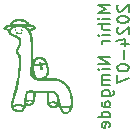
<source format=gbr>
%TF.GenerationSoftware,KiCad,Pcbnew,8.0.2*%
%TF.CreationDate,2024-07-16T11:47:38-07:00*%
%TF.ProjectId,sensor-node-rev-2s,73656e73-6f72-42d6-9e6f-64652d726576,rev?*%
%TF.SameCoordinates,Original*%
%TF.FileFunction,Legend,Bot*%
%TF.FilePolarity,Positive*%
%FSLAX46Y46*%
G04 Gerber Fmt 4.6, Leading zero omitted, Abs format (unit mm)*
G04 Created by KiCad (PCBNEW 8.0.2) date 2024-07-16 11:47:38*
%MOMM*%
%LPD*%
G01*
G04 APERTURE LIST*
%ADD10C,0.150000*%
%ADD11C,0.000000*%
G04 APERTURE END LIST*
D10*
X119759875Y-104836779D02*
X118759875Y-104836779D01*
X118759875Y-104836779D02*
X119474160Y-105170112D01*
X119474160Y-105170112D02*
X118759875Y-105503445D01*
X118759875Y-105503445D02*
X119759875Y-105503445D01*
X119759875Y-105979636D02*
X119093208Y-105979636D01*
X118759875Y-105979636D02*
X118807494Y-105932017D01*
X118807494Y-105932017D02*
X118855113Y-105979636D01*
X118855113Y-105979636D02*
X118807494Y-106027255D01*
X118807494Y-106027255D02*
X118759875Y-105979636D01*
X118759875Y-105979636D02*
X118855113Y-105979636D01*
X119759875Y-106455826D02*
X118759875Y-106455826D01*
X119759875Y-106884397D02*
X119236065Y-106884397D01*
X119236065Y-106884397D02*
X119140827Y-106836778D01*
X119140827Y-106836778D02*
X119093208Y-106741540D01*
X119093208Y-106741540D02*
X119093208Y-106598683D01*
X119093208Y-106598683D02*
X119140827Y-106503445D01*
X119140827Y-106503445D02*
X119188446Y-106455826D01*
X119759875Y-107360588D02*
X119093208Y-107360588D01*
X118759875Y-107360588D02*
X118807494Y-107312969D01*
X118807494Y-107312969D02*
X118855113Y-107360588D01*
X118855113Y-107360588D02*
X118807494Y-107408207D01*
X118807494Y-107408207D02*
X118759875Y-107360588D01*
X118759875Y-107360588D02*
X118855113Y-107360588D01*
X119759875Y-107836778D02*
X119093208Y-107836778D01*
X119283684Y-107836778D02*
X119188446Y-107884397D01*
X119188446Y-107884397D02*
X119140827Y-107932016D01*
X119140827Y-107932016D02*
X119093208Y-108027254D01*
X119093208Y-108027254D02*
X119093208Y-108122492D01*
X119759875Y-109217731D02*
X118759875Y-109217731D01*
X118759875Y-109217731D02*
X119759875Y-109789159D01*
X119759875Y-109789159D02*
X118759875Y-109789159D01*
X119759875Y-110265350D02*
X119093208Y-110265350D01*
X118759875Y-110265350D02*
X118807494Y-110217731D01*
X118807494Y-110217731D02*
X118855113Y-110265350D01*
X118855113Y-110265350D02*
X118807494Y-110312969D01*
X118807494Y-110312969D02*
X118759875Y-110265350D01*
X118759875Y-110265350D02*
X118855113Y-110265350D01*
X119759875Y-110741540D02*
X119093208Y-110741540D01*
X119188446Y-110741540D02*
X119140827Y-110789159D01*
X119140827Y-110789159D02*
X119093208Y-110884397D01*
X119093208Y-110884397D02*
X119093208Y-111027254D01*
X119093208Y-111027254D02*
X119140827Y-111122492D01*
X119140827Y-111122492D02*
X119236065Y-111170111D01*
X119236065Y-111170111D02*
X119759875Y-111170111D01*
X119236065Y-111170111D02*
X119140827Y-111217730D01*
X119140827Y-111217730D02*
X119093208Y-111312968D01*
X119093208Y-111312968D02*
X119093208Y-111455825D01*
X119093208Y-111455825D02*
X119140827Y-111551064D01*
X119140827Y-111551064D02*
X119236065Y-111598683D01*
X119236065Y-111598683D02*
X119759875Y-111598683D01*
X119093208Y-112503444D02*
X119902732Y-112503444D01*
X119902732Y-112503444D02*
X119997970Y-112455825D01*
X119997970Y-112455825D02*
X120045589Y-112408206D01*
X120045589Y-112408206D02*
X120093208Y-112312968D01*
X120093208Y-112312968D02*
X120093208Y-112170111D01*
X120093208Y-112170111D02*
X120045589Y-112074873D01*
X119712256Y-112503444D02*
X119759875Y-112408206D01*
X119759875Y-112408206D02*
X119759875Y-112217730D01*
X119759875Y-112217730D02*
X119712256Y-112122492D01*
X119712256Y-112122492D02*
X119664636Y-112074873D01*
X119664636Y-112074873D02*
X119569398Y-112027254D01*
X119569398Y-112027254D02*
X119283684Y-112027254D01*
X119283684Y-112027254D02*
X119188446Y-112074873D01*
X119188446Y-112074873D02*
X119140827Y-112122492D01*
X119140827Y-112122492D02*
X119093208Y-112217730D01*
X119093208Y-112217730D02*
X119093208Y-112408206D01*
X119093208Y-112408206D02*
X119140827Y-112503444D01*
X119759875Y-113408206D02*
X119236065Y-113408206D01*
X119236065Y-113408206D02*
X119140827Y-113360587D01*
X119140827Y-113360587D02*
X119093208Y-113265349D01*
X119093208Y-113265349D02*
X119093208Y-113074873D01*
X119093208Y-113074873D02*
X119140827Y-112979635D01*
X119712256Y-113408206D02*
X119759875Y-113312968D01*
X119759875Y-113312968D02*
X119759875Y-113074873D01*
X119759875Y-113074873D02*
X119712256Y-112979635D01*
X119712256Y-112979635D02*
X119617017Y-112932016D01*
X119617017Y-112932016D02*
X119521779Y-112932016D01*
X119521779Y-112932016D02*
X119426541Y-112979635D01*
X119426541Y-112979635D02*
X119378922Y-113074873D01*
X119378922Y-113074873D02*
X119378922Y-113312968D01*
X119378922Y-113312968D02*
X119331303Y-113408206D01*
X119759875Y-114312968D02*
X118759875Y-114312968D01*
X119712256Y-114312968D02*
X119759875Y-114217730D01*
X119759875Y-114217730D02*
X119759875Y-114027254D01*
X119759875Y-114027254D02*
X119712256Y-113932016D01*
X119712256Y-113932016D02*
X119664636Y-113884397D01*
X119664636Y-113884397D02*
X119569398Y-113836778D01*
X119569398Y-113836778D02*
X119283684Y-113836778D01*
X119283684Y-113836778D02*
X119188446Y-113884397D01*
X119188446Y-113884397D02*
X119140827Y-113932016D01*
X119140827Y-113932016D02*
X119093208Y-114027254D01*
X119093208Y-114027254D02*
X119093208Y-114217730D01*
X119093208Y-114217730D02*
X119140827Y-114312968D01*
X119712256Y-115170111D02*
X119759875Y-115074873D01*
X119759875Y-115074873D02*
X119759875Y-114884397D01*
X119759875Y-114884397D02*
X119712256Y-114789159D01*
X119712256Y-114789159D02*
X119617017Y-114741540D01*
X119617017Y-114741540D02*
X119236065Y-114741540D01*
X119236065Y-114741540D02*
X119140827Y-114789159D01*
X119140827Y-114789159D02*
X119093208Y-114884397D01*
X119093208Y-114884397D02*
X119093208Y-115074873D01*
X119093208Y-115074873D02*
X119140827Y-115170111D01*
X119140827Y-115170111D02*
X119236065Y-115217730D01*
X119236065Y-115217730D02*
X119331303Y-115217730D01*
X119331303Y-115217730D02*
X119426541Y-114741540D01*
X120465057Y-104789160D02*
X120417438Y-104836779D01*
X120417438Y-104836779D02*
X120369819Y-104932017D01*
X120369819Y-104932017D02*
X120369819Y-105170112D01*
X120369819Y-105170112D02*
X120417438Y-105265350D01*
X120417438Y-105265350D02*
X120465057Y-105312969D01*
X120465057Y-105312969D02*
X120560295Y-105360588D01*
X120560295Y-105360588D02*
X120655533Y-105360588D01*
X120655533Y-105360588D02*
X120798390Y-105312969D01*
X120798390Y-105312969D02*
X121369819Y-104741541D01*
X121369819Y-104741541D02*
X121369819Y-105360588D01*
X120369819Y-105979636D02*
X120369819Y-106074874D01*
X120369819Y-106074874D02*
X120417438Y-106170112D01*
X120417438Y-106170112D02*
X120465057Y-106217731D01*
X120465057Y-106217731D02*
X120560295Y-106265350D01*
X120560295Y-106265350D02*
X120750771Y-106312969D01*
X120750771Y-106312969D02*
X120988866Y-106312969D01*
X120988866Y-106312969D02*
X121179342Y-106265350D01*
X121179342Y-106265350D02*
X121274580Y-106217731D01*
X121274580Y-106217731D02*
X121322200Y-106170112D01*
X121322200Y-106170112D02*
X121369819Y-106074874D01*
X121369819Y-106074874D02*
X121369819Y-105979636D01*
X121369819Y-105979636D02*
X121322200Y-105884398D01*
X121322200Y-105884398D02*
X121274580Y-105836779D01*
X121274580Y-105836779D02*
X121179342Y-105789160D01*
X121179342Y-105789160D02*
X120988866Y-105741541D01*
X120988866Y-105741541D02*
X120750771Y-105741541D01*
X120750771Y-105741541D02*
X120560295Y-105789160D01*
X120560295Y-105789160D02*
X120465057Y-105836779D01*
X120465057Y-105836779D02*
X120417438Y-105884398D01*
X120417438Y-105884398D02*
X120369819Y-105979636D01*
X120465057Y-106693922D02*
X120417438Y-106741541D01*
X120417438Y-106741541D02*
X120369819Y-106836779D01*
X120369819Y-106836779D02*
X120369819Y-107074874D01*
X120369819Y-107074874D02*
X120417438Y-107170112D01*
X120417438Y-107170112D02*
X120465057Y-107217731D01*
X120465057Y-107217731D02*
X120560295Y-107265350D01*
X120560295Y-107265350D02*
X120655533Y-107265350D01*
X120655533Y-107265350D02*
X120798390Y-107217731D01*
X120798390Y-107217731D02*
X121369819Y-106646303D01*
X121369819Y-106646303D02*
X121369819Y-107265350D01*
X120703152Y-108122493D02*
X121369819Y-108122493D01*
X120322200Y-107884398D02*
X121036485Y-107646303D01*
X121036485Y-107646303D02*
X121036485Y-108265350D01*
X120988866Y-108646303D02*
X120988866Y-109408208D01*
X120369819Y-110074874D02*
X120369819Y-110170112D01*
X120369819Y-110170112D02*
X120417438Y-110265350D01*
X120417438Y-110265350D02*
X120465057Y-110312969D01*
X120465057Y-110312969D02*
X120560295Y-110360588D01*
X120560295Y-110360588D02*
X120750771Y-110408207D01*
X120750771Y-110408207D02*
X120988866Y-110408207D01*
X120988866Y-110408207D02*
X121179342Y-110360588D01*
X121179342Y-110360588D02*
X121274580Y-110312969D01*
X121274580Y-110312969D02*
X121322200Y-110265350D01*
X121322200Y-110265350D02*
X121369819Y-110170112D01*
X121369819Y-110170112D02*
X121369819Y-110074874D01*
X121369819Y-110074874D02*
X121322200Y-109979636D01*
X121322200Y-109979636D02*
X121274580Y-109932017D01*
X121274580Y-109932017D02*
X121179342Y-109884398D01*
X121179342Y-109884398D02*
X120988866Y-109836779D01*
X120988866Y-109836779D02*
X120750771Y-109836779D01*
X120750771Y-109836779D02*
X120560295Y-109884398D01*
X120560295Y-109884398D02*
X120465057Y-109932017D01*
X120465057Y-109932017D02*
X120417438Y-109979636D01*
X120417438Y-109979636D02*
X120369819Y-110074874D01*
X120369819Y-110741541D02*
X120369819Y-111408207D01*
X120369819Y-111408207D02*
X121369819Y-110979636D01*
D11*
%TO.C,G\u002A\u002A\u002A*%
G36*
X112963568Y-106424318D02*
G01*
X112964852Y-106426272D01*
X112993831Y-106440036D01*
X113051990Y-106456419D01*
X113128554Y-106472285D01*
X113171089Y-106480059D01*
X113274718Y-106502554D01*
X113348503Y-106526357D01*
X113401747Y-106555001D01*
X113443754Y-106592022D01*
X113476129Y-106644792D01*
X113485460Y-106730070D01*
X113483343Y-106737959D01*
X113458049Y-106832218D01*
X113438236Y-106869557D01*
X113384205Y-106922826D01*
X113301946Y-106959010D01*
X113184989Y-106981651D01*
X113137639Y-106988910D01*
X113085333Y-107003817D01*
X113072596Y-107020907D01*
X113104458Y-107093730D01*
X113139402Y-107179870D01*
X113168608Y-107263003D01*
X113192610Y-107347668D01*
X113211944Y-107438400D01*
X113227144Y-107539737D01*
X113238743Y-107656217D01*
X113247276Y-107792377D01*
X113253278Y-107952754D01*
X113257282Y-108141886D01*
X113259823Y-108364310D01*
X113261436Y-108624564D01*
X113262315Y-108802177D01*
X113263447Y-108990234D01*
X113264760Y-109142061D01*
X113266415Y-109261075D01*
X113268574Y-109350697D01*
X113271401Y-109414346D01*
X113275057Y-109455441D01*
X113279705Y-109477401D01*
X113285507Y-109483645D01*
X113292625Y-109477594D01*
X113301222Y-109462665D01*
X113312097Y-109442945D01*
X113382174Y-109351224D01*
X113469685Y-109277633D01*
X113561403Y-109233804D01*
X113601383Y-109224934D01*
X113696777Y-109213476D01*
X113807262Y-109208637D01*
X113918604Y-109210417D01*
X114016567Y-109218813D01*
X114086916Y-109233827D01*
X114134997Y-109254132D01*
X114251256Y-109329189D01*
X114356049Y-109431869D01*
X114438004Y-109551870D01*
X114484093Y-109657741D01*
X114508390Y-109713554D01*
X114564622Y-109905777D01*
X114601752Y-110111679D01*
X114616632Y-110317765D01*
X114616321Y-110329808D01*
X114612697Y-110470187D01*
X114589204Y-110632877D01*
X114543406Y-110766240D01*
X114473559Y-110874998D01*
X114377919Y-110963872D01*
X114310892Y-111013322D01*
X114678048Y-111001948D01*
X114956864Y-111002069D01*
X115206995Y-111022276D01*
X115428436Y-111064279D01*
X115625888Y-111129639D01*
X115804053Y-111219920D01*
X115967634Y-111336683D01*
X116121331Y-111481490D01*
X116236378Y-111615549D01*
X116384642Y-111838747D01*
X116499112Y-112084356D01*
X116580274Y-112353758D01*
X116628615Y-112648336D01*
X116644620Y-112969473D01*
X116643660Y-112994974D01*
X116636225Y-113192376D01*
X116605671Y-113419798D01*
X116561822Y-113581087D01*
X116553029Y-113613428D01*
X116478584Y-113772508D01*
X116382617Y-113896279D01*
X116265414Y-113983985D01*
X116232758Y-113998837D01*
X116127070Y-114022104D01*
X116008965Y-114021201D01*
X115894013Y-113997219D01*
X115797783Y-113951247D01*
X115731022Y-113896247D01*
X115643602Y-113789839D01*
X115567017Y-113649611D01*
X115526238Y-113543244D01*
X115735620Y-113543244D01*
X115775086Y-113619954D01*
X115778889Y-113627091D01*
X115824831Y-113696055D01*
X115878434Y-113757342D01*
X115916675Y-113787279D01*
X116007084Y-113824319D01*
X116103011Y-113827534D01*
X116191377Y-113795337D01*
X116223265Y-113771007D01*
X116271337Y-113720700D01*
X116311719Y-113664635D01*
X116336565Y-113614277D01*
X116338026Y-113581087D01*
X116337064Y-113579721D01*
X116305167Y-113559770D01*
X116246027Y-113537463D01*
X116173185Y-113516702D01*
X116100181Y-113501385D01*
X116040555Y-113495413D01*
X116007916Y-113497073D01*
X115934294Y-113505737D01*
X115854704Y-113519329D01*
X115735620Y-113543244D01*
X115526238Y-113543244D01*
X115498726Y-113471483D01*
X115430304Y-113262572D01*
X115381293Y-113334698D01*
X115358792Y-113362857D01*
X115278697Y-113429440D01*
X115175680Y-113485209D01*
X115063616Y-113523534D01*
X114956379Y-113537782D01*
X114947868Y-113537684D01*
X114822704Y-113516923D01*
X114698604Y-113464748D01*
X114592390Y-113388079D01*
X114587086Y-113382935D01*
X114522144Y-113292271D01*
X114479443Y-113180850D01*
X114706708Y-113180850D01*
X114707644Y-113216539D01*
X114747890Y-113259001D01*
X114825804Y-113306303D01*
X114841685Y-113313956D01*
X114904612Y-113337435D01*
X114954327Y-113346658D01*
X115013083Y-113335472D01*
X115086644Y-113307349D01*
X115155560Y-113270709D01*
X115201382Y-113233969D01*
X115205028Y-113229439D01*
X115215244Y-113206825D01*
X115198654Y-113188141D01*
X115148594Y-113164633D01*
X115144021Y-113162821D01*
X115080954Y-113147988D01*
X114997813Y-113140115D01*
X114907010Y-113138956D01*
X114820954Y-113144263D01*
X114752057Y-113155791D01*
X114712729Y-113173292D01*
X114706708Y-113180850D01*
X114479443Y-113180850D01*
X114473493Y-113165324D01*
X114440977Y-113001322D01*
X114424438Y-112799496D01*
X114424205Y-112721519D01*
X114616280Y-112721519D01*
X114621221Y-112831799D01*
X114627788Y-112905939D01*
X114635338Y-112963924D01*
X114645008Y-112993568D01*
X114659580Y-113002518D01*
X114681837Y-112998424D01*
X114720517Y-112989815D01*
X114802766Y-112979467D01*
X114900168Y-112973018D01*
X114998448Y-112970974D01*
X115083328Y-112973843D01*
X115140533Y-112982132D01*
X115146108Y-112983756D01*
X115205822Y-113002365D01*
X115249608Y-113017913D01*
X115275524Y-113024235D01*
X115293546Y-113011846D01*
X115306550Y-112972489D01*
X115318960Y-112898550D01*
X115319332Y-112895845D01*
X115317897Y-112808925D01*
X115297781Y-112701333D01*
X115263276Y-112587349D01*
X115218675Y-112481252D01*
X115168271Y-112397321D01*
X115152291Y-112376980D01*
X115087760Y-112311061D01*
X115017293Y-112271191D01*
X114929297Y-112252587D01*
X114812176Y-112250468D01*
X114783082Y-112251440D01*
X114642702Y-112256130D01*
X114624455Y-112453846D01*
X114622797Y-112473337D01*
X114616876Y-112593839D01*
X114616280Y-112721519D01*
X114424205Y-112721519D01*
X114423720Y-112559073D01*
X114431748Y-112266723D01*
X113959952Y-112266723D01*
X113488156Y-112266723D01*
X113487737Y-112430901D01*
X113484575Y-112547985D01*
X113466308Y-112737195D01*
X113433059Y-112904809D01*
X113398129Y-113008991D01*
X113386272Y-113044356D01*
X113327392Y-113149367D01*
X113299944Y-113179935D01*
X113217965Y-113242311D01*
X113115880Y-113295754D01*
X113008776Y-113333084D01*
X112911744Y-113347123D01*
X112881885Y-113346008D01*
X112806663Y-113335192D01*
X112749127Y-113316599D01*
X112690100Y-113286075D01*
X112652845Y-113406632D01*
X112619527Y-113490200D01*
X112588983Y-113566812D01*
X112504978Y-113698851D01*
X112404351Y-113796303D01*
X112289586Y-113856093D01*
X112289264Y-113856199D01*
X112218389Y-113868720D01*
X112120731Y-113872213D01*
X112010667Y-113867316D01*
X111902577Y-113854665D01*
X111810839Y-113834897D01*
X111763983Y-113818104D01*
X111649445Y-113754847D01*
X111545021Y-113669083D01*
X111466814Y-113573068D01*
X111460643Y-113562928D01*
X111430715Y-113506694D01*
X111418831Y-113470999D01*
X111637928Y-113470999D01*
X111655563Y-113502804D01*
X111674344Y-113526249D01*
X111745680Y-113581533D01*
X111844071Y-113628882D01*
X111958632Y-113662559D01*
X111965771Y-113664033D01*
X112101711Y-113681493D01*
X112209732Y-113671358D01*
X112294902Y-113632381D01*
X112362289Y-113563317D01*
X112389921Y-113523278D01*
X112403550Y-113490200D01*
X112388833Y-113467706D01*
X112343676Y-113442180D01*
X112340800Y-113440704D01*
X112215887Y-113396079D01*
X112070414Y-113380105D01*
X111900789Y-113392738D01*
X111703417Y-113433929D01*
X111684233Y-113439025D01*
X111645105Y-113453164D01*
X111637928Y-113470999D01*
X111418831Y-113470999D01*
X111412135Y-113450888D01*
X111401358Y-113381245D01*
X111394839Y-113283503D01*
X111393857Y-113259828D01*
X111393601Y-113164831D01*
X111400596Y-113070275D01*
X111416295Y-112969547D01*
X111442154Y-112856033D01*
X111479629Y-112723121D01*
X111530173Y-112564195D01*
X111595243Y-112372644D01*
X111607070Y-112338321D01*
X111739704Y-111917288D01*
X111845472Y-111504125D01*
X111929135Y-111080401D01*
X111955836Y-110916039D01*
X111997401Y-110618452D01*
X112028813Y-110332068D01*
X112049931Y-110061127D01*
X112060612Y-109809867D01*
X112060714Y-109582528D01*
X112050095Y-109383347D01*
X112028611Y-109216565D01*
X111996120Y-109086418D01*
X111992451Y-109076606D01*
X111949603Y-109001361D01*
X111891844Y-108937822D01*
X111833536Y-108876663D01*
X111787122Y-108781126D01*
X111779014Y-108676714D01*
X111809373Y-108569084D01*
X111878359Y-108463893D01*
X111939411Y-108383696D01*
X112005947Y-108253287D01*
X112044232Y-108104020D01*
X112057094Y-107927404D01*
X112057381Y-107875093D01*
X112055484Y-107805000D01*
X112046091Y-107751952D01*
X112023981Y-107710280D01*
X111983932Y-107674316D01*
X111920724Y-107638391D01*
X111829134Y-107596837D01*
X111703943Y-107543984D01*
X111677107Y-107532614D01*
X111511431Y-107456672D01*
X111383185Y-107385382D01*
X111288748Y-107315618D01*
X111224503Y-107244249D01*
X111186831Y-107168148D01*
X111172520Y-107086501D01*
X111376524Y-107086501D01*
X111410526Y-107154763D01*
X111485629Y-107218794D01*
X111532606Y-107244937D01*
X111608724Y-107282137D01*
X111703131Y-107325234D01*
X111805260Y-107369253D01*
X111955862Y-107435762D01*
X112070485Y-107496789D01*
X112153649Y-107557821D01*
X112210069Y-107624425D01*
X112244460Y-107702169D01*
X112261536Y-107796620D01*
X112266012Y-107913345D01*
X112255089Y-108065072D01*
X112223502Y-108220940D01*
X112174686Y-108365288D01*
X112112081Y-108488022D01*
X112039127Y-108579048D01*
X112015102Y-108605224D01*
X111984948Y-108673243D01*
X111996165Y-108742165D01*
X112048552Y-108807119D01*
X112094947Y-108851497D01*
X112142018Y-108914461D01*
X112178994Y-108991109D01*
X112206881Y-109086187D01*
X112226687Y-109204446D01*
X112239419Y-109350633D01*
X112246084Y-109529498D01*
X112247690Y-109745789D01*
X112236530Y-110147198D01*
X112185449Y-110724041D01*
X112093817Y-111297676D01*
X111962499Y-111863026D01*
X111792362Y-112415013D01*
X111769101Y-112482451D01*
X111700996Y-112689055D01*
X111647784Y-112866094D01*
X111609789Y-113012018D01*
X111587338Y-113125274D01*
X111580756Y-113204310D01*
X111590368Y-113247574D01*
X111616500Y-113253514D01*
X111628025Y-113249985D01*
X111678687Y-113238252D01*
X111754334Y-113223125D01*
X111843351Y-113206989D01*
X111917405Y-113195766D01*
X112082877Y-113185567D01*
X112230671Y-113201390D01*
X112372656Y-113244066D01*
X112413395Y-113259472D01*
X112461454Y-113275389D01*
X112482564Y-113279050D01*
X112484369Y-113275635D01*
X112492162Y-113239551D01*
X112501310Y-113173536D01*
X112510888Y-113087253D01*
X112514470Y-113049031D01*
X112704337Y-113049031D01*
X112707624Y-113056750D01*
X112737440Y-113083268D01*
X112788230Y-113113665D01*
X112798294Y-113118744D01*
X112863599Y-113146221D01*
X112918862Y-113152975D01*
X112979346Y-113138329D01*
X113060311Y-113101608D01*
X113099640Y-113080587D01*
X113154271Y-113040773D01*
X113167633Y-113008991D01*
X113140032Y-112985666D01*
X113071774Y-112971225D01*
X112963164Y-112966094D01*
X112924231Y-112967568D01*
X112844696Y-112978989D01*
X112774127Y-112998747D01*
X112723636Y-113023282D01*
X112704337Y-113049031D01*
X112514470Y-113049031D01*
X112519968Y-112990371D01*
X112527623Y-112892554D01*
X112532926Y-112803467D01*
X112534694Y-112741752D01*
X112725685Y-112741752D01*
X112726666Y-112810272D01*
X112732367Y-112845473D01*
X112746602Y-112856277D01*
X112773186Y-112851602D01*
X112798380Y-112845961D01*
X112862439Y-112835353D01*
X112937364Y-112825836D01*
X113019079Y-112822512D01*
X113144143Y-112844782D01*
X113171177Y-112853404D01*
X113220075Y-112863986D01*
X113243622Y-112861364D01*
X113249240Y-112843979D01*
X113259081Y-112790030D01*
X113269772Y-112711830D01*
X113280136Y-112620096D01*
X113288997Y-112525544D01*
X113295176Y-112438891D01*
X113297498Y-112370855D01*
X113297498Y-112251440D01*
X113186280Y-112238081D01*
X113110410Y-112230320D01*
X112988753Y-112225278D01*
X112898456Y-112232552D01*
X112844166Y-112251953D01*
X112818702Y-112288794D01*
X112792078Y-112357482D01*
X112766924Y-112447476D01*
X112745781Y-112548301D01*
X112731188Y-112649482D01*
X112725686Y-112740545D01*
X112725685Y-112741752D01*
X112534694Y-112741752D01*
X112534951Y-112732778D01*
X112535992Y-112689327D01*
X112547545Y-112564961D01*
X112569725Y-112437171D01*
X112599829Y-112317406D01*
X112635156Y-112217114D01*
X112673006Y-112147741D01*
X112705565Y-112109537D01*
X112741587Y-112080225D01*
X112786374Y-112059379D01*
X112845497Y-112046220D01*
X112924529Y-112039967D01*
X113029043Y-112039842D01*
X113164612Y-112045064D01*
X113336807Y-112054853D01*
X113496286Y-112063243D01*
X113772517Y-112071587D01*
X114073110Y-112073204D01*
X114406817Y-112068204D01*
X115024022Y-112053748D01*
X115135831Y-112109465D01*
X115148077Y-112115763D01*
X115234175Y-112173734D01*
X115309011Y-112252345D01*
X115374939Y-112355940D01*
X115434318Y-112488864D01*
X115489502Y-112655463D01*
X115542848Y-112860083D01*
X115551312Y-112895845D01*
X115570531Y-112977053D01*
X115602189Y-113109059D01*
X115626792Y-113206825D01*
X115627026Y-113207755D01*
X115646771Y-113277760D01*
X115663153Y-113323695D01*
X115677902Y-113350179D01*
X115692746Y-113361832D01*
X115709416Y-113363274D01*
X115729639Y-113359126D01*
X115746773Y-113355884D01*
X115808249Y-113348094D01*
X115892959Y-113340180D01*
X115987906Y-113333436D01*
X116003547Y-113332524D01*
X116103212Y-113328792D01*
X116176418Y-113331798D01*
X116236955Y-113342868D01*
X116298612Y-113363329D01*
X116408066Y-113405265D01*
X116421165Y-113360306D01*
X116430036Y-113315966D01*
X116439293Y-113228183D01*
X116445487Y-113117502D01*
X116448394Y-112994974D01*
X116447792Y-112871652D01*
X116443457Y-112758589D01*
X116435166Y-112666836D01*
X116429551Y-112626596D01*
X116380284Y-112370385D01*
X116310261Y-112145259D01*
X116216471Y-111944595D01*
X116095901Y-111761766D01*
X115945538Y-111590150D01*
X115814584Y-111471172D01*
X115677592Y-111377820D01*
X115524250Y-111305317D01*
X115341784Y-111246389D01*
X115300373Y-111235569D01*
X115240189Y-111222299D01*
X115179035Y-111213189D01*
X115108636Y-111207683D01*
X115020717Y-111205224D01*
X114907002Y-111205256D01*
X114759216Y-111207223D01*
X114581606Y-111210045D01*
X114358967Y-111213084D01*
X114171644Y-111214682D01*
X114015480Y-111214576D01*
X113886319Y-111212506D01*
X113780007Y-111208209D01*
X113692388Y-111201425D01*
X113619305Y-111191891D01*
X113556604Y-111179347D01*
X113500129Y-111163531D01*
X113445723Y-111144182D01*
X113389233Y-111121038D01*
X113348927Y-111101285D01*
X113243653Y-111028767D01*
X113148374Y-110936303D01*
X113078824Y-110838226D01*
X113070388Y-110822057D01*
X113055524Y-110788125D01*
X113045670Y-110750917D01*
X113040172Y-110702621D01*
X113038377Y-110635426D01*
X113039633Y-110541521D01*
X113043286Y-110413095D01*
X113044438Y-110368904D01*
X113046354Y-110261425D01*
X113048121Y-110119797D01*
X113049236Y-109999745D01*
X113371643Y-109999745D01*
X113372977Y-110217012D01*
X113373784Y-110269218D01*
X113388873Y-110481821D01*
X113422405Y-110661231D01*
X113473915Y-110804756D01*
X113491500Y-110839056D01*
X113523203Y-110882688D01*
X113566548Y-110910947D01*
X113636447Y-110935864D01*
X113707936Y-110955380D01*
X113834439Y-110971993D01*
X113951213Y-110958308D01*
X114072203Y-110913615D01*
X114141576Y-110878417D01*
X114253523Y-110804442D01*
X114333033Y-110719814D01*
X114384408Y-110617313D01*
X114411947Y-110489718D01*
X114419953Y-110329808D01*
X114419166Y-110293803D01*
X114412101Y-110197054D01*
X114399298Y-110094535D01*
X114382704Y-109998267D01*
X114364264Y-109920274D01*
X114345925Y-109872577D01*
X114345548Y-109872093D01*
X114319651Y-109869547D01*
X114264949Y-109877129D01*
X114192702Y-109893314D01*
X114114247Y-109916583D01*
X114068248Y-109938731D01*
X114057525Y-109959870D01*
X114057804Y-109960969D01*
X114063276Y-109998036D01*
X114069862Y-110063168D01*
X114076199Y-110142995D01*
X114080798Y-110219226D01*
X114077851Y-110270422D01*
X114060376Y-110293276D01*
X114022127Y-110295134D01*
X113956860Y-110283341D01*
X113914856Y-110270942D01*
X113894822Y-110245639D01*
X113890540Y-110193307D01*
X113887977Y-110146328D01*
X113877587Y-110078473D01*
X113862110Y-110018391D01*
X113844692Y-109977539D01*
X113828480Y-109967374D01*
X113812877Y-109971151D01*
X113761422Y-109977266D01*
X113684311Y-109983503D01*
X113591302Y-109988973D01*
X113371643Y-109999745D01*
X113049236Y-109999745D01*
X113049705Y-109949244D01*
X113051067Y-109755546D01*
X113413370Y-109755546D01*
X113415627Y-109790771D01*
X113421463Y-109796363D01*
X113446088Y-109803225D01*
X113493699Y-109805037D01*
X113570666Y-109801872D01*
X113683356Y-109793801D01*
X113726709Y-109789879D01*
X113764363Y-109781178D01*
X113775969Y-109762572D01*
X113771356Y-109726551D01*
X113770229Y-109720697D01*
X113769038Y-109683218D01*
X113789467Y-109658477D01*
X113840961Y-109633900D01*
X113922435Y-109600596D01*
X113954212Y-109673271D01*
X113960176Y-109686019D01*
X113986010Y-109725917D01*
X114007172Y-109737976D01*
X114027842Y-109731976D01*
X114080850Y-109718777D01*
X114150166Y-109702750D01*
X114204100Y-109688835D01*
X114253088Y-109671433D01*
X114271976Y-109657741D01*
X114269989Y-109648979D01*
X114245183Y-109610506D01*
X114199931Y-109559997D01*
X114144310Y-109507252D01*
X114088394Y-109462074D01*
X114042258Y-109434263D01*
X114040045Y-109433356D01*
X113963962Y-109414509D01*
X113863068Y-109405247D01*
X113753359Y-109406230D01*
X113650833Y-109418117D01*
X113591820Y-109438789D01*
X113520336Y-109494961D01*
X113514670Y-109502096D01*
X113481990Y-109556366D01*
X113451149Y-109625356D01*
X113426743Y-109696078D01*
X113413370Y-109755546D01*
X113051067Y-109755546D01*
X113051071Y-109754990D01*
X113052185Y-109542260D01*
X113053011Y-109316278D01*
X113053516Y-109082268D01*
X113053664Y-108845455D01*
X113053630Y-108737483D01*
X113053368Y-108488721D01*
X113052783Y-108277318D01*
X113051780Y-108099673D01*
X113050265Y-107952184D01*
X113048143Y-107831249D01*
X113045320Y-107733264D01*
X113041702Y-107654627D01*
X113037194Y-107591737D01*
X113031702Y-107540991D01*
X113025130Y-107498786D01*
X113017386Y-107461520D01*
X112962177Y-107274921D01*
X112877007Y-107094108D01*
X112767556Y-106947767D01*
X112632917Y-106835163D01*
X112472184Y-106755560D01*
X112284449Y-106708223D01*
X112068807Y-106692418D01*
X111903109Y-106700462D01*
X111736451Y-106732050D01*
X111598979Y-106788576D01*
X111487208Y-106871109D01*
X111431851Y-106930801D01*
X111383630Y-107012387D01*
X111376524Y-107086501D01*
X111172520Y-107086501D01*
X111172114Y-107084186D01*
X111169135Y-107052931D01*
X111153094Y-107016643D01*
X111115513Y-107000837D01*
X111102695Y-106998242D01*
X110959286Y-106960965D01*
X110855297Y-106916012D01*
X110788479Y-106862430D01*
X110779187Y-106850849D01*
X110747402Y-106800757D01*
X110734946Y-106762470D01*
X110736389Y-106753588D01*
X110977815Y-106753588D01*
X111030775Y-106774304D01*
X111037902Y-106776938D01*
X111098749Y-106794039D01*
X111168473Y-106807762D01*
X111206651Y-106812104D01*
X111248208Y-106807419D01*
X111288391Y-106784354D01*
X111342424Y-106736691D01*
X111384580Y-106696154D01*
X111408832Y-106667760D01*
X111407064Y-106655511D01*
X111393662Y-106654081D01*
X112727696Y-106654081D01*
X112742360Y-106667760D01*
X112753985Y-106678604D01*
X112810994Y-106721727D01*
X112841863Y-106743986D01*
X112901521Y-106779763D01*
X112954472Y-106795591D01*
X113017873Y-106797778D01*
X113096635Y-106794029D01*
X113186430Y-106784762D01*
X113244002Y-106770230D01*
X113275414Y-106749291D01*
X113282701Y-106737959D01*
X113275904Y-106717836D01*
X113233170Y-106698151D01*
X113176590Y-106683226D01*
X113091552Y-106667176D01*
X112993767Y-106652564D01*
X112896792Y-106641189D01*
X112814185Y-106634847D01*
X112759500Y-106635338D01*
X112752611Y-106636227D01*
X112728460Y-106642006D01*
X112727696Y-106654081D01*
X111393662Y-106654081D01*
X111382388Y-106652878D01*
X111315765Y-106658255D01*
X111221090Y-106674643D01*
X111125323Y-106697814D01*
X111048896Y-106723445D01*
X110977815Y-106753588D01*
X110736389Y-106753588D01*
X110741509Y-106722071D01*
X110784919Y-106650361D01*
X110867167Y-106586994D01*
X110986243Y-106533319D01*
X111140136Y-106490683D01*
X111210939Y-106475015D01*
X111265814Y-106459034D01*
X111298305Y-106439752D01*
X111313749Y-106417732D01*
X111539199Y-106417732D01*
X111545099Y-106429547D01*
X111576272Y-106436269D01*
X111602781Y-106434745D01*
X111666838Y-106432485D01*
X111761702Y-106429757D01*
X111881345Y-106426724D01*
X112019739Y-106423544D01*
X112170857Y-106420381D01*
X112728370Y-106409258D01*
X112668689Y-106352137D01*
X112650161Y-106335184D01*
X112562304Y-106273905D01*
X112456913Y-106231118D01*
X112326199Y-106204347D01*
X112162374Y-106191114D01*
X112076625Y-106189147D01*
X111917833Y-106196385D01*
X111790704Y-106220413D01*
X111689760Y-106262547D01*
X111609523Y-106324105D01*
X111588321Y-106346396D01*
X111553110Y-106389949D01*
X111539199Y-106417732D01*
X111313749Y-106417732D01*
X111318777Y-106410564D01*
X111337594Y-106364868D01*
X111353138Y-106329889D01*
X111422861Y-106226423D01*
X111517959Y-106134153D01*
X111626024Y-106065939D01*
X111758236Y-106018655D01*
X111925466Y-105987758D01*
X112105035Y-105978604D01*
X112286820Y-105990478D01*
X112460697Y-106022663D01*
X112616542Y-106074442D01*
X112744232Y-106145097D01*
X112756717Y-106154701D01*
X112817646Y-106213060D01*
X112879922Y-106286985D01*
X112932308Y-106362172D01*
X112955993Y-106409258D01*
X112963568Y-106424318D01*
G37*
G36*
X111868699Y-107090497D02*
G01*
X111960325Y-107110641D01*
X112020100Y-107125162D01*
X112089626Y-107136769D01*
X112145857Y-107136023D01*
X112205041Y-107123799D01*
X112257920Y-107111902D01*
X112322153Y-107109898D01*
X112355526Y-107132180D01*
X112361237Y-107179896D01*
X112350493Y-107215989D01*
X112320306Y-107240677D01*
X112259466Y-107261381D01*
X112235331Y-107267184D01*
X112139070Y-107278635D01*
X112038216Y-107275946D01*
X111942111Y-107261034D01*
X111860100Y-107235818D01*
X111801524Y-107202213D01*
X111775729Y-107162136D01*
X111773647Y-107141712D01*
X111780909Y-107104484D01*
X111810744Y-107087928D01*
X111868699Y-107090497D01*
G37*
G36*
X112368685Y-106851780D02*
G01*
X112397487Y-106886922D01*
X112400752Y-106917173D01*
X112385728Y-106961067D01*
X112368630Y-106977003D01*
X112333611Y-106991827D01*
X112297263Y-106977433D01*
X112270677Y-106936748D01*
X112269735Y-106886922D01*
X112285039Y-106861819D01*
X112325164Y-106843412D01*
X112368685Y-106851780D01*
G37*
G36*
X111860056Y-106877237D02*
G01*
X111873644Y-106916385D01*
X111855986Y-106961229D01*
X111829327Y-106982047D01*
X111783983Y-106982000D01*
X111743080Y-106944560D01*
X111732114Y-106909385D01*
X111755055Y-106872814D01*
X111782912Y-106854377D01*
X111826164Y-106853373D01*
X111860056Y-106877237D01*
G37*
%TD*%
M02*

</source>
